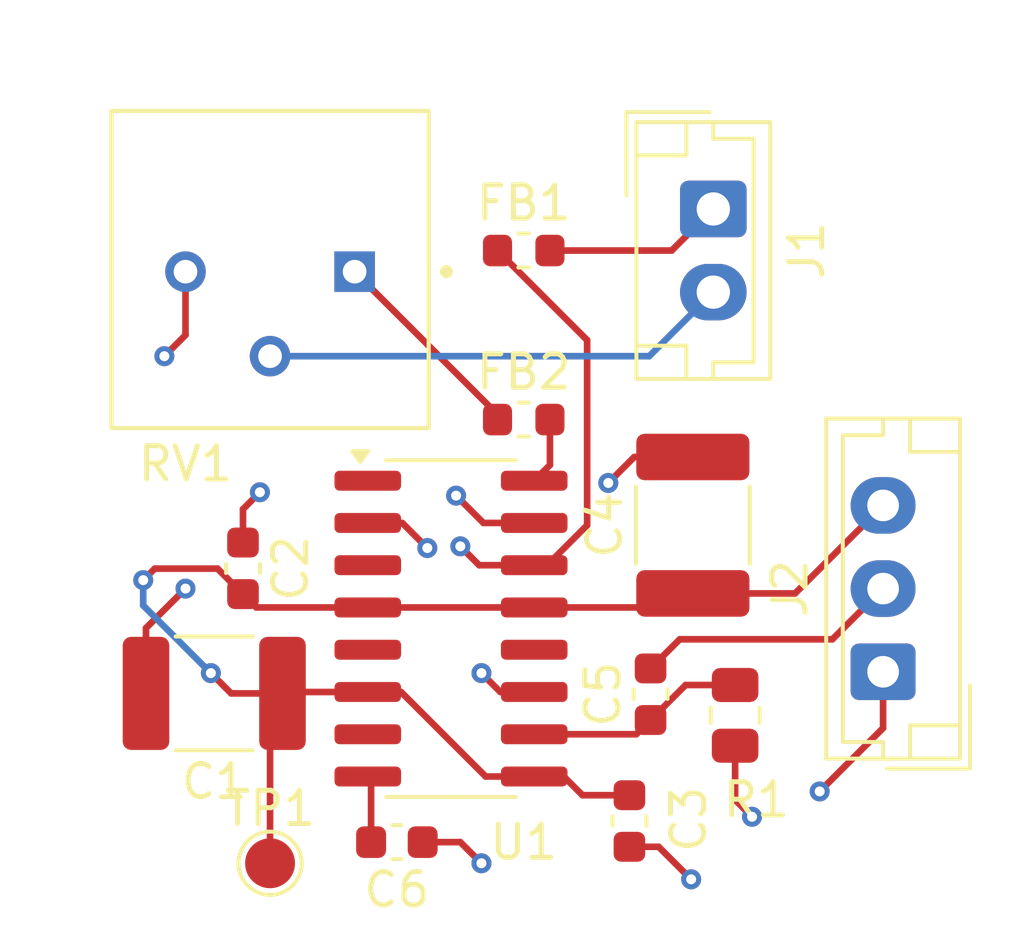
<source format=kicad_pcb>
(kicad_pcb (version 20240108) (generator "pcbnew") (generator_version "8.0")
  (layers (0 "F.Cu" signal) (31 "B.Cu" signal) (34 "B.Paste" user) (35 "F.Paste" user) (36 "B.SilkS" user "B.Silkscreen") (37 "F.SilkS" user "F.Silkscreen") (38 "B.Mask" user) (39 "F.Mask" user) (44 "Edge.Cuts" user))
  (net 0 "")
  (net 1 "+5V")
  (net 2 "GND")
  (net 3 "/inR")
  (net 4 "Net-(U1-INR)")
  (net 5 "Net-(U1-VREF)")
  (net 6 "Net-(U1--OUT_R)")
  (net 7 "Net-(J1-Pin_1)")
  (net 8 "Net-(FB2-Pad1)")
  (net 9 "Net-(U1-+OUT_R)")
  (net 10 "Net-(J1-Pin_2)")
  (footprint "Inductor_SMD:L_0603_1608Metric" (layer "F.Cu") (at 118.11 49.53)
    (property "Reference" "FB1" (at 0 -1.43 0) (layer "F.SilkS"))
    (property "Value" "FerriteBead")
    (fp_line (start -0.162779 -0.51) (end 0.162779 -0.51) (stroke (width 0.12)) (layer "F.SilkS"))
    (fp_line (start -0.162779 0.51) (end 0.162779 0.51) (stroke (width 0.12)) (layer "F.SilkS"))
    (pad "1" smd roundrect (at -0.7875 0) (size 0.875 0.95) (layers "F.Cu" "F.Paste" "F.Mask") (net 6 "Net-(U1--OUT_R)"))
    (pad "2" smd roundrect (at 0.7875 0) (size 0.875 0.95) (layers "F.Cu" "F.Paste" "F.Mask") (net 7 "Net-(J1-Pin_1)"))
  )
  (footprint "3310P_025_103L:POT_3310P-025-103L" (layer "F.Cu") (at 110.49 50.165 180)
    (property "Reference" "RV1" (at 2.54 -5.775 360) (layer "F.SilkS"))
    (property "Value" "10k")
    (fp_line (start 4.765 4.83) (end -4.765 4.83) (stroke (width 0.127)) (layer "F.SilkS"))
    (fp_line (start 4.765 -4.7) (end 4.765 4.83) (stroke (width 0.127)) (layer "F.SilkS"))
    (fp_line (start -4.765 4.83) (end -4.765 -4.7) (stroke (width 0.127)) (layer "F.SilkS"))
    (fp_line (start -4.765 -4.7) (end 4.765 -4.7) (stroke (width 0.127)) (layer "F.SilkS"))
    (fp_circle (center -5.3 0) (end -5.2 0) (stroke (width 0.2)) (fill none) (layer "F.SilkS"))
    (pad "1" thru_hole rect (at -2.54 0 180) (size 1.218 1.218) (drill 0.71) (layers "*.Cu" "*.Mask") (net 8 "Net-(FB2-Pad1)"))
    (pad "2" thru_hole circle (at 0 -2.54 180) (size 1.218 1.218) (drill 0.71) (layers "*.Cu" "*.Mask") (net 10 "Net-(J1-Pin_2)"))
    (pad "3" thru_hole circle (at 2.54 0 180) (size 1.218 1.218) (drill 0.71) (layers "*.Cu" "*.Mask") (net 2 "GND"))
  )
  (footprint "Capacitor_SMD:C_1812_4532Metric" (layer "F.Cu") (at 123.19 57.785 90)
    (property "Reference" "C4" (at 0 -2.65 90) (layer "F.SilkS"))
    (property "Value" "20uF")
    (fp_line (start -1.161252 -1.71) (end 1.161252 -1.71) (stroke (width 0.12)) (layer "F.SilkS"))
    (fp_line (start -1.161252 1.71) (end 1.161252 1.71) (stroke (width 0.12)) (layer "F.SilkS"))
    (pad "1" smd roundrect (at -2.05 0 90) (size 1.4 3.4) (layers "F.Cu" "F.Paste" "F.Mask") (roundrect_rratio 0.178571) (net 1 "+5V"))
    (pad "2" smd roundrect (at 2.05 0 90) (size 1.4 3.4) (layers "F.Cu" "F.Paste" "F.Mask") (roundrect_rratio 0.178571) (net 2 "GND"))
  )
  (footprint "Capacitor_SMD:C_0603_1608Metric" (layer "F.Cu") (at 114.3 67.31 180)
    (property "Reference" "C6" (at 0 -1.43 360) (layer "F.SilkS"))
    (property "Value" "1uF")
    (fp_line (start -0.14058 0.51) (end 0.14058 0.51) (stroke (width 0.12)) (layer "F.SilkS"))
    (fp_line (start -0.14058 -0.51) (end 0.14058 -0.51) (stroke (width 0.12)) (layer "F.SilkS"))
    (pad "1" smd roundrect (at -0.775 0 180) (size 0.9 0.95) (layers "F.Cu" "F.Paste" "F.Mask") (net 2 "GND"))
    (pad "2" smd roundrect (at 0.775 0 180) (size 0.9 0.95) (layers "F.Cu" "F.Paste" "F.Mask") (net 5 "Net-(U1-VREF)"))
  )
  (footprint "TestPoint:TestPoint_Pad_D1.5mm" (layer "F.Cu") (at 110.49 67.945)
    (property "Reference" "TP1" (at 0 -1.648 0) (layer "F.SilkS"))
    (property "Value" "TestPoint")
    (fp_circle (center 0 0) (end 0 0.95) (stroke (width 0.12)) (fill none) (layer "F.SilkS"))
    (pad "1" smd circle (at 0 0) (size 1.5 1.5) (layers "F.Cu" "F.Mask") (net 1 "+5V"))
  )
  (footprint "Inductor_SMD:L_0603_1608Metric" (layer "F.Cu") (at 118.11 54.61)
    (property "Reference" "FB2" (at 0 -1.43 0) (layer "F.SilkS"))
    (property "Value" "FerriteBead")
    (fp_line (start -0.162779 -0.51) (end 0.162779 -0.51) (stroke (width 0.12)) (layer "F.SilkS"))
    (fp_line (start -0.162779 0.51) (end 0.162779 0.51) (stroke (width 0.12)) (layer "F.SilkS"))
    (pad "1" smd roundrect (at -0.7875 0) (size 0.875 0.95) (layers "F.Cu" "F.Paste" "F.Mask") (net 8 "Net-(FB2-Pad1)"))
    (pad "2" smd roundrect (at 0.7875 0) (size 0.875 0.95) (layers "F.Cu" "F.Paste" "F.Mask") (net 9 "Net-(U1-+OUT_R)"))
  )
  (footprint "Resistor_SMD:R_0805_2012Metric" (layer "F.Cu") (at 124.46 63.5 90)
    (property "Reference" "R1" (at -2.54 0.635 0) (layer "F.SilkS"))
    (property "Value" "10k")
    (fp_line (start -0.227064 -0.735) (end 0.227064 -0.735) (stroke (width 0.12)) (layer "F.SilkS"))
    (fp_line (start -0.227064 0.735) (end 0.227064 0.735) (stroke (width 0.12)) (layer "F.SilkS"))
    (pad "1" smd roundrect (at -0.9125 0 90) (size 1.025 1.4) (layers "F.Cu" "F.Paste" "F.Mask") (roundrect_rratio 0.243902) (net 2 "GND"))
    (pad "2" smd roundrect (at 0.9125 0 90) (size 1.025 1.4) (layers "F.Cu" "F.Paste" "F.Mask") (roundrect_rratio 0.243902) (net 4 "Net-(U1-INR)"))
  )
  (footprint "Package_SO:SOP-16_3.9x9.9mm_P1.27mm" (layer "F.Cu") (at 115.9256 60.8926)
    (property "Reference" "U1" (at 2.1844 6.4174 0) (layer "F.SilkS"))
    (property "Value" "PAM8406D")
    (fp_line (start 0 -5.06) (end -1.95 -5.06) (stroke (width 0.12)) (layer "F.SilkS"))
    (fp_line (start 0 -5.06) (end 1.95 -5.06) (stroke (width 0.12)) (layer "F.SilkS"))
    (fp_line (start 0 5.06) (end -1.95 5.06) (stroke (width 0.12)) (layer "F.SilkS"))
    (fp_line (start 0 5.06) (end 1.95 5.06) (stroke (width 0.12)) (layer "F.SilkS"))
    (fp_poly (pts (xy -2.725 -5.005) (xy -2.965 -5.335) (xy -2.485 -5.335) (xy -2.725 -5.005)) (stroke (width 0.12)) (fill solid) (layer "F.SilkS"))
    (pad "1" smd roundrect (at -2.5 -4.445) (size 2 0.6) (layers "F.Cu" "F.Paste" "F.Mask"))
    (pad "2" smd roundrect (at -2.5 -3.175) (size 2 0.6) (layers "F.Cu" "F.Paste" "F.Mask") (net 2 "GND"))
    (pad "3" smd roundrect (at -2.5 -1.905) (size 2 0.6) (layers "F.Cu" "F.Paste" "F.Mask"))
    (pad "4" smd roundrect (at -2.5 -0.635) (size 2 0.6) (layers "F.Cu" "F.Paste" "F.Mask") (net 1 "+5V"))
    (pad "5" smd roundrect (at -2.5 0.635) (size 2 0.6) (layers "F.Cu" "F.Paste" "F.Mask"))
    (pad "6" smd roundrect (at -2.5 1.905) (size 2 0.6) (layers "F.Cu" "F.Paste" "F.Mask") (net 1 "+5V"))
    (pad "7" smd roundrect (at -2.5 3.175) (size 2 0.6) (layers "F.Cu" "F.Paste" "F.Mask"))
    (pad "8" smd roundrect (at -2.5 4.445) (size 2 0.6) (layers "F.Cu" "F.Paste" "F.Mask") (net 5 "Net-(U1-VREF)"))
    (pad "9" smd roundrect (at 2.5 4.445) (size 2 0.6) (layers "F.Cu" "F.Paste" "F.Mask") (net 1 "+5V"))
    (pad "10" smd roundrect (at 2.5 3.175) (size 2 0.6) (layers "F.Cu" "F.Paste" "F.Mask") (net 4 "Net-(U1-INR)"))
    (pad "11" smd roundrect (at 2.5 1.905) (size 2 0.6) (layers "F.Cu" "F.Paste" "F.Mask") (net 2 "GND"))
    (pad "12" smd roundrect (at 2.5 0.635) (size 2 0.6) (layers "F.Cu" "F.Paste" "F.Mask"))
    (pad "13" smd roundrect (at 2.5 -0.635) (size 2 0.6) (layers "F.Cu" "F.Paste" "F.Mask") (net 1 "+5V"))
    (pad "14" smd roundrect (at 2.5 -1.905) (size 2 0.6) (layers "F.Cu" "F.Paste" "F.Mask") (net 6 "Net-(U1--OUT_R)"))
    (pad "15" smd roundrect (at 2.5 -3.175) (size 2 0.6) (layers "F.Cu" "F.Paste" "F.Mask") (net 2 "GND"))
    (pad "16" smd roundrect (at 2.5 -4.445) (size 2 0.6) (layers "F.Cu" "F.Paste" "F.Mask") (net 9 "Net-(U1-+OUT_R)"))
  )
  (footprint "Capacitor_SMD:C_0603_1608Metric" (layer "F.Cu") (at 121.92 62.865 90)
    (property "Reference" "C5" (at 0 -1.43 90) (layer "F.SilkS"))
    (property "Value" "0.1uF")
    (fp_line (start -0.14058 -0.51) (end 0.14058 -0.51) (stroke (width 0.12)) (layer "F.SilkS"))
    (fp_line (start -0.14058 0.51) (end 0.14058 0.51) (stroke (width 0.12)) (layer "F.SilkS"))
    (pad "1" smd roundrect (at -0.775 0 90) (size 0.9 0.95) (layers "F.Cu" "F.Paste" "F.Mask") (net 4 "Net-(U1-INR)"))
    (pad "2" smd roundrect (at 0.775 0 90) (size 0.9 0.95) (layers "F.Cu" "F.Paste" "F.Mask") (net 3 "/inR"))
  )
  (footprint "Capacitor_SMD:C_0603_1608Metric" (layer "F.Cu") (at 109.6772 59.0804 -90)
    (property "Reference" "C2" (at 0 -1.43 -90) (layer "F.SilkS"))
    (property "Value" "1uF")
    (fp_line (start -0.14058 0.51) (end 0.14058 0.51) (stroke (width 0.12)) (layer "F.SilkS"))
    (fp_line (start -0.14058 -0.51) (end 0.14058 -0.51) (stroke (width 0.12)) (layer "F.SilkS"))
    (pad "1" smd roundrect (at -0.775 0 270) (size 0.9 0.95) (layers "F.Cu" "F.Paste" "F.Mask") (net 2 "GND"))
    (pad "2" smd roundrect (at 0.775 0 270) (size 0.9 0.95) (layers "F.Cu" "F.Paste" "F.Mask") (net 1 "+5V"))
  )
  (footprint "Connector_JST:JST_EH_B2B-EH-A_1x02_P2.50mm_Vertical" (layer "F.Cu") (at 123.805 48.28 -90)
    (property "Reference" "J1" (at 1.25 -2.8 90) (layer "F.SilkS"))
    (property "Value" "Conn_01x02_Socket")
    (fp_line (start -2.91 2.61) (end -0.41 2.61) (stroke (width 0.12)) (layer "F.SilkS"))
    (fp_line (start -2.61 2.31) (end 5.11 2.31) (stroke (width 0.12)) (layer "F.SilkS"))
    (fp_line (start 5.11 2.31) (end 5.11 -1.71) (stroke (width 0.12)) (layer "F.SilkS"))
    (fp_line (start -2.61 0.81) (end -1.61 0.81) (stroke (width 0.12)) (layer "F.SilkS"))
    (fp_line (start -1.61 0.81) (end -1.61 2.31) (stroke (width 0.12)) (layer "F.SilkS"))
    (fp_line (start 4.11 0.81) (end 4.11 2.31) (stroke (width 0.12)) (layer "F.SilkS"))
    (fp_line (start 5.11 0.81) (end 4.11 0.81) (stroke (width 0.12)) (layer "F.SilkS"))
    (fp_line (start -2.91 0.11) (end -2.91 2.61) (stroke (width 0.12)) (layer "F.SilkS"))
    (fp_line (start -2.61 0) (end -2.11 0) (stroke (width 0.12)) (layer "F.SilkS"))
    (fp_line (start -2.11 0) (end -2.11 -1.21) (stroke (width 0.12)) (layer "F.SilkS"))
    (fp_line (start 4.61 0) (end 5.11 0) (stroke (width 0.12)) (layer "F.SilkS"))
    (fp_line (start -2.11 -1.21) (end 4.61 -1.21) (stroke (width 0.12)) (layer "F.SilkS"))
    (fp_line (start 4.61 -1.21) (end 4.61 0) (stroke (width 0.12)) (layer "F.SilkS"))
    (fp_line (start -2.61 -1.71) (end -2.61 2.31) (stroke (width 0.12)) (layer "F.SilkS"))
    (fp_line (start 5.11 -1.71) (end -2.61 -1.71) (stroke (width 0.12)) (layer "F.SilkS"))
    (pad "1" thru_hole roundrect (at 0 0 270) (size 1.7 2) (drill 1) (layers "*.Cu" "*.Mask") (roundrect_rratio 0.147059) (net 7 "Net-(J1-Pin_1)"))
    (pad "2" thru_hole oval (at 2.5 0 270) (size 1.7 2) (drill 1) (layers "*.Cu" "*.Mask") (net 10 "Net-(J1-Pin_2)"))
  )
  (footprint "Capacitor_SMD:C_1812_4532Metric" (layer "F.Cu") (at 108.8136 62.8396 180)
    (property "Reference" "C1" (at 0 -2.65 360) (layer "F.SilkS"))
    (property "Value" "20uF")
    (fp_line (start -1.161252 1.71) (end 1.161252 1.71) (stroke (width 0.12)) (layer "F.SilkS"))
    (fp_line (start -1.161252 -1.71) (end 1.161252 -1.71) (stroke (width 0.12)) (layer "F.SilkS"))
    (pad "1" smd roundrect (at -2.05 0 180) (size 1.4 3.4) (layers "F.Cu" "F.Paste" "F.Mask") (roundrect_rratio 0.178571) (net 1 "+5V"))
    (pad "2" smd roundrect (at 2.05 0 180) (size 1.4 3.4) (layers "F.Cu" "F.Paste" "F.Mask") (roundrect_rratio 0.178571) (net 2 "GND"))
  )
  (footprint "Connector_JST:JST_EH_B3B-EH-A_1x03_P2.50mm_Vertical" (layer "F.Cu") (at 128.905 62.19 90)
    (property "Reference" "J2" (at 2.5 -2.8 90) (layer "F.SilkS"))
    (property "Value" "Conn_01x03_Socket")
    (fp_line (start 7.61 -1.71) (end -2.61 -1.71) (stroke (width 0.12)) (layer "F.SilkS"))
    (fp_line (start -2.61 -1.71) (end -2.61 2.31) (stroke (width 0.12)) (layer "F.SilkS"))
    (fp_line (start 7.11 -1.21) (end 7.11 0) (stroke (width 0.12)) (layer "F.SilkS"))
    (fp_line (start -2.11 -1.21) (end 7.11 -1.21) (stroke (width 0.12)) (layer "F.SilkS"))
    (fp_line (start 7.11 0) (end 7.61 0) (stroke (width 0.12)) (layer "F.SilkS"))
    (fp_line (start -2.11 0) (end -2.11 -1.21) (stroke (width 0.12)) (layer "F.SilkS"))
    (fp_line (start -2.61 0) (end -2.11 0) (stroke (width 0.12)) (layer "F.SilkS"))
    (fp_line (start -2.91 0.11) (end -2.91 2.61) (stroke (width 0.12)) (layer "F.SilkS"))
    (fp_line (start 7.61 0.81) (end 6.61 0.81) (stroke (width 0.12)) (layer "F.SilkS"))
    (fp_line (start 6.61 0.81) (end 6.61 2.31) (stroke (width 0.12)) (layer "F.SilkS"))
    (fp_line (start -1.61 0.81) (end -1.61 2.31) (stroke (width 0.12)) (layer "F.SilkS"))
    (fp_line (start -2.61 0.81) (end -1.61 0.81) (stroke (width 0.12)) (layer "F.SilkS"))
    (fp_line (start 7.61 2.31) (end 7.61 -1.71) (stroke (width 0.12)) (layer "F.SilkS"))
    (fp_line (start -2.61 2.31) (end 7.61 2.31) (stroke (width 0.12)) (layer "F.SilkS"))
    (fp_line (start -2.91 2.61) (end -0.41 2.61) (stroke (width 0.12)) (layer "F.SilkS"))
    (pad "1" thru_hole roundrect (at 0 0 90) (size 1.7 1.95) (drill 0.95) (layers "*.Cu" "*.Mask") (roundrect_rratio 0.147059) (net 2 "GND"))
    (pad "2" thru_hole oval (at 2.5 0 90) (size 1.7 1.95) (drill 0.95) (layers "*.Cu" "*.Mask") (net 3 "/inR"))
    (pad "3" thru_hole oval (at 5 0 90) (size 1.7 1.95) (drill 0.95) (layers "*.Cu" "*.Mask") (net 1 "+5V"))
  )
  (footprint "Capacitor_SMD:C_0603_1608Metric" (layer "F.Cu") (at 121.285 66.675 90)
    (property "Reference" "C3" (at 0.0508 1.778 90) (layer "F.SilkS"))
    (property "Value" "1uF")
    (fp_line (start -0.14058 -0.51) (end 0.14058 -0.51) (stroke (width 0.12)) (layer "F.SilkS"))
    (fp_line (start -0.14058 0.51) (end 0.14058 0.51) (stroke (width 0.12)) (layer "F.SilkS"))
    (pad "1" smd roundrect (at -0.775 0 90) (size 0.9 0.95) (layers "F.Cu" "F.Paste" "F.Mask") (net 2 "GND"))
    (pad "2" smd roundrect (at 0.775 0 90) (size 0.9 0.95) (layers "F.Cu" "F.Paste" "F.Mask") (net 1 "+5V"))
  )
  (segment (start 113.4256 62.7976) (end 110.9056 62.7976) (width 0.2) (layer "F.Cu") (net 1))
  (segment (start 107.026 59.09) (end 106.68 59.436) (width 0.2) (layer "F.Cu") (net 1))
  (segment (start 116.965599 65.3376) (end 118.4256 65.3376) (width 0.2) (layer "F.Cu") (net 1))
  (segment (start 109.3216 62.8396) (end 108.712 62.23) (width 0.2) (layer "F.Cu") (net 1))
  (segment (start 119.3126 65.3376) (end 118.4256 65.3376) (width 0.2) (layer "F.Cu") (net 1))
  (segment (start 109.6772 59.8554) (end 109.4929 59.6711) (width 0.2) (layer "F.Cu") (net 1))
  (segment (start 113.4256 60.2576) (end 110.0794 60.2576) (width 0.2) (layer "F.Cu") (net 1))
  (segment (start 126.26 59.835) (end 128.905 57.19) (width 0.2) (layer "F.Cu") (net 1))
  (segment (start 113.4256 62.7976) (end 114.425599 62.7976) (width 0.2) (layer "F.Cu") (net 1))
  (segment (start 118.4256 60.2576) (end 122.7674 60.2576) (width 0.2) (layer "F.Cu") (net 1))
  (segment (start 110.9056 62.7976) (end 110.8636 62.8396) (width 0.2) (layer "F.Cu") (net 1))
  (segment (start 114.425599 62.7976) (end 116.965599 65.3376) (width 0.2) (layer "F.Cu") (net 1))
  (segment (start 110.49 67.945) (end 110.49 63.2132) (width 0.2) (layer "F.Cu") (net 1))
  (segment (start 123.19 59.835) (end 126.26 59.835) (width 0.2) (layer "F.Cu") (net 1))
  (segment (start 122.7674 60.2576) (end 123.19 59.835) (width 0.2) (layer "F.Cu") (net 1))
  (segment (start 121.285 65.9) (end 119.875 65.9) (width 0.2) (layer "F.Cu") (net 1))
  (segment (start 110.0794 60.2576) (end 109.6772 59.8554) (width 0.2) (layer "F.Cu") (net 1))
  (segment (start 110.8636 62.8396) (end 109.3216 62.8396) (width 0.2) (layer "F.Cu") (net 1))
  (segment (start 119.875 65.9) (end 119.3126 65.3376) (width 0.2) (layer "F.Cu") (net 1))
  (segment (start 110.49 63.2132) (end 110.8636 62.8396) (width 0.2) (layer "F.Cu") (net 1))
  (segment (start 108.9118 59.09) (end 107.026 59.09) (width 0.2) (layer "F.Cu") (net 1))
  (segment (start 109.6772 59.8554) (end 108.9118 59.09) (width 0.2) (layer "F.Cu") (net 1))
  (segment (start 118.4256 60.2576) (end 113.4256 60.2576) (width 0.2) (layer "F.Cu") (net 1))
  (via (at 106.68 59.436) (size 0.6) (drill 0.3) (layers "F.Cu" "B.Cu") (net 1))
  (via (at 108.712 62.23) (size 0.6) (drill 0.3) (layers "F.Cu" "B.Cu") (net 1))
  (segment (start 106.68 60.198) (end 108.712 62.23) (width 0.2) (layer "B.Cu") (net 1))
  (segment (start 106.68 59.436) (end 106.68 60.198) (width 0.2) (layer "B.Cu") (net 1))
  (segment (start 117.4076 62.7976) (end 116.84 62.23) (width 0.2) (layer "F.Cu") (net 2))
  (segment (start 124.46 66.04) (end 124.968 66.548) (width 0.2) (layer "F.Cu") (net 2))
  (segment (start 113.4256 57.7176) (end 114.4612 57.7176) (width 0.2) (layer "F.Cu") (net 2))
  (segment (start 115.075 67.31) (end 116.205 67.31) (width 0.2) (layer "F.Cu") (net 2))
  (segment (start 116.8996 57.7176) (end 116.078 56.896) (width 0.2) (layer "F.Cu") (net 2))
  (segment (start 123.19 55.735) (end 121.43 55.735) (width 0.2) (layer "F.Cu") (net 2))
  (segment (start 124.46 64.4125) (end 124.46 66.04) (width 0.2) (layer "F.Cu") (net 2))
  (segment (start 114.4612 57.7176) (end 115.2144 58.4708) (width 0.2) (layer "F.Cu") (net 2))
  (segment (start 106.7636 62.8396) (end 106.7636 60.8764) (width 0.2) (layer "F.Cu") (net 2))
  (segment (start 116.205 67.31) (end 116.84 67.945) (width 0.2) (layer "F.Cu") (net 2))
  (segment (start 118.4256 57.7176) (end 116.8996 57.7176) (width 0.2) (layer "F.Cu") (net 2))
  (segment (start 121.285 67.45) (end 122.1616 67.45) (width 0.2) (layer "F.Cu") (net 2))
  (segment (start 128.905 63.881) (end 127 65.786) (width 0.2) (layer "F.Cu") (net 2))
  (segment (start 107.95 52.07) (end 107.315 52.705) (width 0.2) (layer "F.Cu") (net 2))
  (segment (start 107.95 50.165) (end 107.95 52.07) (width 0.2) (layer "F.Cu") (net 2))
  (segment (start 121.43 55.735) (end 120.65 56.515) (width 0.2) (layer "F.Cu") (net 2))
  (segment (start 128.905 62.19) (end 128.905 63.881) (width 0.2) (layer "F.Cu") (net 2))
  (segment (start 109.6772 57.3024) (end 110.1852 56.7944) (width 0.2) (layer "F.Cu") (net 2))
  (segment (start 109.6772 58.1304) (end 109.6772 57.3024) (width 0.2) (layer "F.Cu") (net 2))
  (segment (start 106.7636 60.8764) (end 107.95 59.69) (width 0.2) (layer "F.Cu") (net 2))
  (segment (start 122.1616 67.45) (end 123.1392 68.4276) (width 0.2) (layer "F.Cu") (net 2))
  (segment (start 118.4256 62.7976) (end 117.4076 62.7976) (width 0.2) (layer "F.Cu") (net 2))
  (via (at 116.84 62.23) (size 0.6) (drill 0.3) (layers "F.Cu" "B.Cu") (net 2))
  (via (at 120.65 56.515) (size 0.6) (drill 0.3) (layers "F.Cu" "B.Cu") (net 2))
  (via (at 127 65.786) (size 0.6) (drill 0.3) (layers "F.Cu" "B.Cu") (net 2))
  (via (at 124.968 66.548) (size 0.6) (drill 0.3) (layers "F.Cu" "B.Cu") (net 2))
  (via (at 116.84 67.945) (size 0.6) (drill 0.3) (layers "F.Cu" "B.Cu") (net 2))
  (via (at 107.315 52.705) (size 0.6) (drill 0.3) (layers "F.Cu" "B.Cu") (net 2))
  (via (at 110.1852 56.7944) (size 0.6) (drill 0.3) (layers "F.Cu" "B.Cu") (net 2))
  (via (at 107.95 59.69) (size 0.6) (drill 0.3) (layers "F.Cu" "B.Cu") (net 2))
  (via (at 115.2144 58.4708) (size 0.6) (drill 0.3) (layers "F.Cu" "B.Cu") (net 2))
  (via (at 123.1392 68.4276) (size 0.6) (drill 0.3) (layers "F.Cu" "B.Cu") (net 2))
  (via (at 116.078 56.896) (size 0.6) (drill 0.3) (layers "F.Cu" "B.Cu") (net 2))
  (segment (start 122.796 61.214) (end 127.381 61.214) (width 0.2) (layer "F.Cu") (net 3))
  (segment (start 127.381 61.214) (end 128.905 59.69) (width 0.2) (layer "F.Cu") (net 3))
  (segment (start 121.92 62.09) (end 122.796 61.214) (width 0.2) (layer "F.Cu") (net 3))
  (segment (start 118.4256 64.0676) (end 121.4924 64.0676) (width 0.2) (layer "F.Cu") (net 4))
  (segment (start 122.9725 62.5875) (end 121.92 63.64) (width 0.2) (layer "F.Cu") (net 4))
  (segment (start 124.46 62.5875) (end 122.9725 62.5875) (width 0.2) (layer "F.Cu") (net 4))
  (segment (start 121.4924 64.0676) (end 121.92 63.64) (width 0.2) (layer "F.Cu") (net 4))
  (segment (start 113.525 65.437) (end 113.4256 65.3376) (width 0.2) (layer "F.Cu") (net 5))
  (segment (start 113.525 67.31) (end 113.525 65.437) (width 0.2) (layer "F.Cu") (net 5))
  (segment (start 120.015 57.785) (end 118.8124 58.9876) (width 0.2) (layer "F.Cu") (net 6))
  (segment (start 117.3225 49.53) (end 120.015 52.2225) (width 0.2) (layer "F.Cu") (net 6))
  (segment (start 116.7726 58.9876) (end 116.205 58.42) (width 0.2) (layer "F.Cu") (net 6))
  (segment (start 118.8124 58.9876) (end 118.4256 58.9876) (width 0.2) (layer "F.Cu") (net 6))
  (segment (start 118.4256 58.9876) (end 116.7726 58.9876) (width 0.2) (layer "F.Cu") (net 6))
  (segment (start 120.015 52.2225) (end 120.015 57.785) (width 0.2) (layer "F.Cu") (net 6))
  (via (at 116.205 58.42) (size 0.6) (drill 0.3) (layers "F.Cu" "B.Cu") (net 6))
  (segment (start 123.805 48.28) (end 122.555 49.53) (width 0.2) (layer "F.Cu") (net 7))
  (segment (start 122.555 49.53) (end 118.8975 49.53) (width 0.2) (layer "F.Cu") (net 7))
  (segment (start 117.3225 54.4575) (end 113.03 50.165) (width 0.2) (layer "F.Cu") (net 8))
  (segment (start 117.3225 54.61) (end 117.3225 54.4575) (width 0.2) (layer "F.Cu") (net 8))
  (segment (start 118.8975 55.9757) (end 118.8975 54.61) (width 0.2) (layer "F.Cu") (net 9))
  (segment (start 118.4256 56.4476) (end 118.8975 55.9757) (width 0.2) (layer "F.Cu") (net 9))
  (segment (start 123.805 50.78) (end 121.88 52.705) (width 0.2) (layer "B.Cu") (net 10))
  (segment (start 121.88 52.705) (end 110.49 52.705) (width 0.2) (layer "B.Cu") (net 10))
)
</source>
